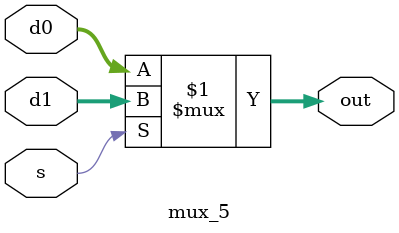
<source format=v>
/*this mux has two data inputs and one output every port is 5bit
it has a 1 bit selector which select one of the two inputs to pass it to the output
*/ 

module mux_5 (d0,d1,s,out);

	input [4:0] d0; // first data input 5 bit
	input [4:0] d1; // second data input 5 bit
	input s; //sellector 1 bit

	output [4:0] out; // output 5 bit

	assign out = (s)? d1 : d0; //test the sellector "s" 
	/*if it is low ==> the output "out" = the first data input "d0"
	if it is high ==> the output "out" = the second data input "d1"*/



endmodule
</source>
